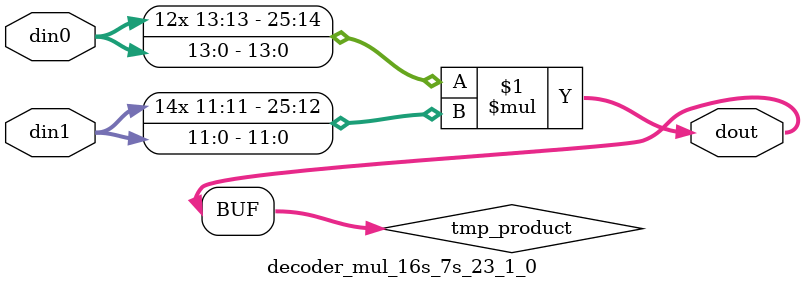
<source format=v>

`timescale 1 ns / 1 ps

 module decoder_mul_16s_7s_23_1_0(din0, din1, dout);
parameter ID = 1;
parameter NUM_STAGE = 0;
parameter din0_WIDTH = 14;
parameter din1_WIDTH = 12;
parameter dout_WIDTH = 26;

input [din0_WIDTH - 1 : 0] din0; 
input [din1_WIDTH - 1 : 0] din1; 
output [dout_WIDTH - 1 : 0] dout;

wire signed [dout_WIDTH - 1 : 0] tmp_product;



























assign tmp_product = $signed(din0) * $signed(din1);








assign dout = tmp_product;





















endmodule

</source>
